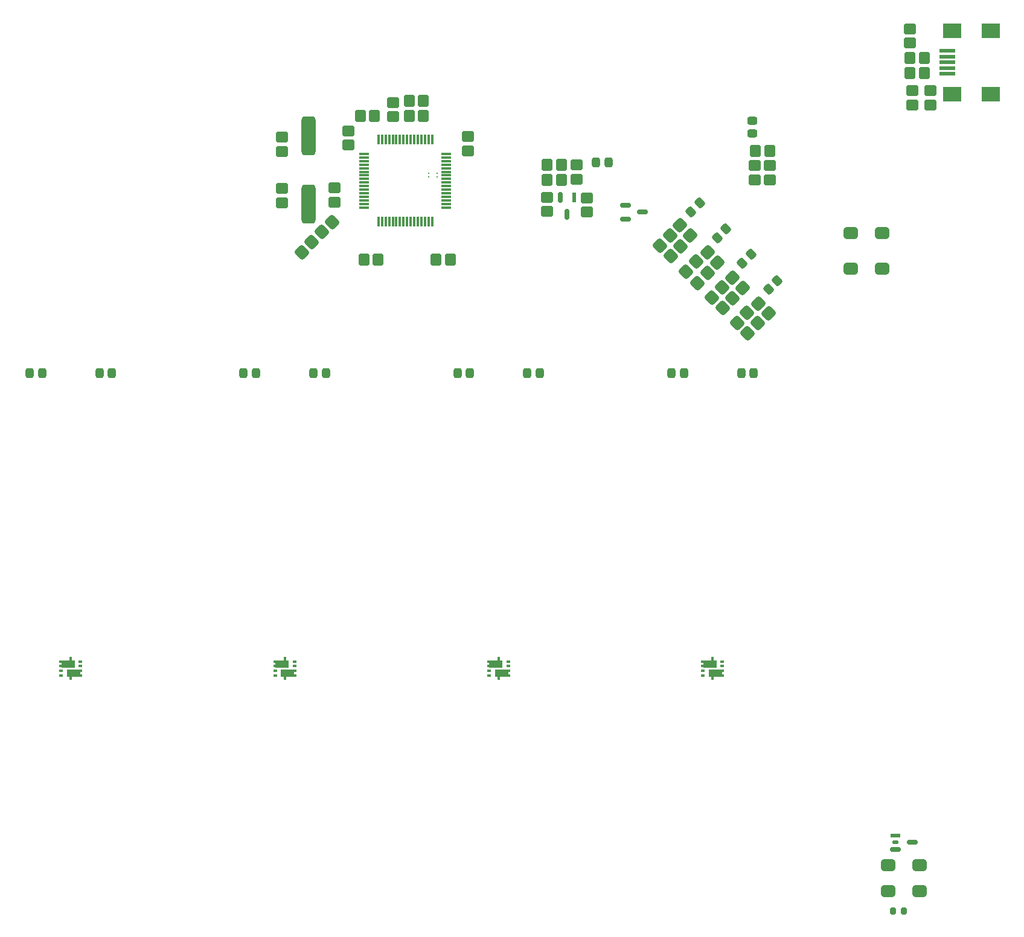
<source format=gtp>
G04*
G04 #@! TF.GenerationSoftware,Altium Limited,Altium Designer,20.1.14 (287)*
G04*
G04 Layer_Color=8421504*
%FSLAX44Y44*%
%MOMM*%
G71*
G04*
G04 #@! TF.SameCoordinates,3D168701-3FA7-4EF5-9C64-F6DF4846A73D*
G04*
G04*
G04 #@! TF.FilePolarity,Positive*
G04*
G01*
G75*
%ADD15R,0.4300X0.4725*%
%ADD16R,1.9250X1.0500*%
%ADD17R,2.3000X0.5000*%
%ADD18R,2.5000X2.0000*%
G04:AMPARAMS|DCode=19|XSize=5.5mm|YSize=2mm|CornerRadius=0.5mm|HoleSize=0mm|Usage=FLASHONLY|Rotation=270.000|XOffset=0mm|YOffset=0mm|HoleType=Round|Shape=RoundedRectangle|*
%AMROUNDEDRECTD19*
21,1,5.5000,1.0000,0,0,270.0*
21,1,4.5000,2.0000,0,0,270.0*
1,1,1.0000,-0.5000,-2.2500*
1,1,1.0000,-0.5000,2.2500*
1,1,1.0000,0.5000,2.2500*
1,1,1.0000,0.5000,-2.2500*
%
%ADD19ROUNDEDRECTD19*%
%ADD20R,1.4500X0.3000*%
%ADD21R,0.3000X1.4500*%
G04:AMPARAMS|DCode=22|XSize=1.35mm|YSize=1.15mm|CornerRadius=0.2875mm|HoleSize=0mm|Usage=FLASHONLY|Rotation=90.000|XOffset=0mm|YOffset=0mm|HoleType=Round|Shape=RoundedRectangle|*
%AMROUNDEDRECTD22*
21,1,1.3500,0.5750,0,0,90.0*
21,1,0.7750,1.1500,0,0,90.0*
1,1,0.5750,0.2875,0.3875*
1,1,0.5750,0.2875,-0.3875*
1,1,0.5750,-0.2875,-0.3875*
1,1,0.5750,-0.2875,0.3875*
%
%ADD22ROUNDEDRECTD22*%
G04:AMPARAMS|DCode=23|XSize=1.35mm|YSize=1.15mm|CornerRadius=0.2875mm|HoleSize=0mm|Usage=FLASHONLY|Rotation=135.000|XOffset=0mm|YOffset=0mm|HoleType=Round|Shape=RoundedRectangle|*
%AMROUNDEDRECTD23*
21,1,1.3500,0.5750,0,0,135.0*
21,1,0.7750,1.1500,0,0,135.0*
1,1,0.5750,-0.0707,0.4773*
1,1,0.5750,0.4773,-0.0707*
1,1,0.5750,0.0707,-0.4773*
1,1,0.5750,-0.4773,0.0707*
%
%ADD23ROUNDEDRECTD23*%
G04:AMPARAMS|DCode=24|XSize=0.84mm|YSize=0.46mm|CornerRadius=0.115mm|HoleSize=0mm|Usage=FLASHONLY|Rotation=180.000|XOffset=0mm|YOffset=0mm|HoleType=Round|Shape=RoundedRectangle|*
%AMROUNDEDRECTD24*
21,1,0.8400,0.2300,0,0,180.0*
21,1,0.6100,0.4600,0,0,180.0*
1,1,0.2300,-0.3050,0.1150*
1,1,0.2300,0.3050,0.1150*
1,1,0.2300,0.3050,-0.1150*
1,1,0.2300,-0.3050,-0.1150*
%
%ADD24ROUNDEDRECTD24*%
G04:AMPARAMS|DCode=25|XSize=2.02mm|YSize=1.68mm|CornerRadius=0.42mm|HoleSize=0mm|Usage=FLASHONLY|Rotation=180.000|XOffset=0mm|YOffset=0mm|HoleType=Round|Shape=RoundedRectangle|*
%AMROUNDEDRECTD25*
21,1,2.0200,0.8400,0,0,180.0*
21,1,1.1800,1.6800,0,0,180.0*
1,1,0.8400,-0.5900,0.4200*
1,1,0.8400,0.5900,0.4200*
1,1,0.8400,0.5900,-0.4200*
1,1,0.8400,-0.5900,-0.4200*
%
%ADD25ROUNDEDRECTD25*%
G04:AMPARAMS|DCode=26|XSize=0.98mm|YSize=0.81mm|CornerRadius=0.2025mm|HoleSize=0mm|Usage=FLASHONLY|Rotation=270.000|XOffset=0mm|YOffset=0mm|HoleType=Round|Shape=RoundedRectangle|*
%AMROUNDEDRECTD26*
21,1,0.9800,0.4050,0,0,270.0*
21,1,0.5750,0.8100,0,0,270.0*
1,1,0.4050,-0.2025,-0.2875*
1,1,0.4050,-0.2025,0.2875*
1,1,0.4050,0.2025,0.2875*
1,1,0.4050,0.2025,-0.2875*
%
%ADD26ROUNDEDRECTD26*%
%ADD27R,0.6000X1.4500*%
G04:AMPARAMS|DCode=28|XSize=0.6mm|YSize=1.45mm|CornerRadius=0.15mm|HoleSize=0mm|Usage=FLASHONLY|Rotation=0.000|XOffset=0mm|YOffset=0mm|HoleType=Round|Shape=RoundedRectangle|*
%AMROUNDEDRECTD28*
21,1,0.6000,1.1500,0,0,0.0*
21,1,0.3000,1.4500,0,0,0.0*
1,1,0.3000,0.1500,-0.5750*
1,1,0.3000,-0.1500,-0.5750*
1,1,0.3000,-0.1500,0.5750*
1,1,0.3000,0.1500,0.5750*
%
%ADD28ROUNDEDRECTD28*%
G04:AMPARAMS|DCode=29|XSize=1.6mm|YSize=1.75mm|CornerRadius=0.4mm|HoleSize=0mm|Usage=FLASHONLY|Rotation=270.000|XOffset=0mm|YOffset=0mm|HoleType=Round|Shape=RoundedRectangle|*
%AMROUNDEDRECTD29*
21,1,1.6000,0.9500,0,0,270.0*
21,1,0.8000,1.7500,0,0,270.0*
1,1,0.8000,-0.4750,-0.4000*
1,1,0.8000,-0.4750,0.4000*
1,1,0.8000,0.4750,0.4000*
1,1,0.8000,0.4750,-0.4000*
%
%ADD29ROUNDEDRECTD29*%
%ADD30R,1.4500X0.6000*%
G04:AMPARAMS|DCode=31|XSize=0.6mm|YSize=1.45mm|CornerRadius=0.15mm|HoleSize=0mm|Usage=FLASHONLY|Rotation=90.000|XOffset=0mm|YOffset=0mm|HoleType=Round|Shape=RoundedRectangle|*
%AMROUNDEDRECTD31*
21,1,0.6000,1.1500,0,0,90.0*
21,1,0.3000,1.4500,0,0,90.0*
1,1,0.3000,0.5750,0.1500*
1,1,0.3000,0.5750,-0.1500*
1,1,0.3000,-0.5750,-0.1500*
1,1,0.3000,-0.5750,0.1500*
%
%ADD31ROUNDEDRECTD31*%
G04:AMPARAMS|DCode=32|XSize=1.6mm|YSize=1.75mm|CornerRadius=0.4mm|HoleSize=0mm|Usage=FLASHONLY|Rotation=0.000|XOffset=0mm|YOffset=0mm|HoleType=Round|Shape=RoundedRectangle|*
%AMROUNDEDRECTD32*
21,1,1.6000,0.9500,0,0,0.0*
21,1,0.8000,1.7500,0,0,0.0*
1,1,0.8000,0.4000,-0.4750*
1,1,0.8000,-0.4000,-0.4750*
1,1,0.8000,-0.4000,0.4750*
1,1,0.8000,0.4000,0.4750*
%
%ADD32ROUNDEDRECTD32*%
G04:AMPARAMS|DCode=33|XSize=1.6mm|YSize=1.75mm|CornerRadius=0.4mm|HoleSize=0mm|Usage=FLASHONLY|Rotation=225.000|XOffset=0mm|YOffset=0mm|HoleType=Round|Shape=RoundedRectangle|*
%AMROUNDEDRECTD33*
21,1,1.6000,0.9500,0,0,225.0*
21,1,0.8000,1.7500,0,0,225.0*
1,1,0.8000,-0.6187,0.0530*
1,1,0.8000,-0.0530,0.6187*
1,1,0.8000,0.6187,-0.0530*
1,1,0.8000,0.0530,-0.6187*
%
%ADD33ROUNDEDRECTD33*%
%ADD34R,0.2000X0.2000*%
%ADD35R,0.5800X0.4000*%
G04:AMPARAMS|DCode=36|XSize=1.6mm|YSize=1.75mm|CornerRadius=0.4mm|HoleSize=0mm|Usage=FLASHONLY|Rotation=315.000|XOffset=0mm|YOffset=0mm|HoleType=Round|Shape=RoundedRectangle|*
%AMROUNDEDRECTD36*
21,1,1.6000,0.9500,0,0,315.0*
21,1,0.8000,1.7500,0,0,315.0*
1,1,0.8000,-0.0530,-0.6187*
1,1,0.8000,-0.6187,-0.0530*
1,1,0.8000,0.0530,0.6187*
1,1,0.8000,0.6187,0.0530*
%
%ADD36ROUNDEDRECTD36*%
G04:AMPARAMS|DCode=37|XSize=1.35mm|YSize=1.15mm|CornerRadius=0.2875mm|HoleSize=0mm|Usage=FLASHONLY|Rotation=180.000|XOffset=0mm|YOffset=0mm|HoleType=Round|Shape=RoundedRectangle|*
%AMROUNDEDRECTD37*
21,1,1.3500,0.5750,0,0,180.0*
21,1,0.7750,1.1500,0,0,180.0*
1,1,0.5750,-0.3875,0.2875*
1,1,0.5750,0.3875,0.2875*
1,1,0.5750,0.3875,-0.2875*
1,1,0.5750,-0.3875,-0.2875*
%
%ADD37ROUNDEDRECTD37*%
D15*
X346000Y634362D02*
D03*
X346000Y607638D02*
D03*
X646000D02*
D03*
X646000Y634362D02*
D03*
X946000D02*
D03*
X946000Y607638D02*
D03*
X1246000D02*
D03*
X1246000Y634362D02*
D03*
D16*
X342125Y627499D02*
D03*
X349875Y614500D02*
D03*
X649875D02*
D03*
X642125Y627499D02*
D03*
X942125Y627500D02*
D03*
X949875Y614500D02*
D03*
X1249875D02*
D03*
X1242125Y627499D02*
D03*
D17*
X1575500Y1470999D02*
D03*
Y1487000D02*
D03*
Y1479000D02*
D03*
Y1463000D02*
D03*
Y1455000D02*
D03*
D18*
X1636500Y1515500D02*
D03*
Y1426500D02*
D03*
X1581500Y1515500D02*
D03*
Y1426500D02*
D03*
D19*
X679000Y1367500D02*
D03*
Y1272500D02*
D03*
D20*
X872500Y1292500D02*
D03*
Y1282500D02*
D03*
Y1287500D02*
D03*
Y1297500D02*
D03*
X757500Y1342500D02*
D03*
Y1337500D02*
D03*
Y1332500D02*
D03*
Y1327500D02*
D03*
Y1322500D02*
D03*
Y1317500D02*
D03*
Y1312500D02*
D03*
Y1307500D02*
D03*
Y1302500D02*
D03*
Y1297500D02*
D03*
Y1292500D02*
D03*
Y1287500D02*
D03*
Y1282500D02*
D03*
Y1277500D02*
D03*
Y1272500D02*
D03*
Y1267500D02*
D03*
X872500D02*
D03*
Y1272500D02*
D03*
Y1277500D02*
D03*
Y1302500D02*
D03*
Y1307500D02*
D03*
Y1312500D02*
D03*
Y1317500D02*
D03*
Y1322500D02*
D03*
Y1327500D02*
D03*
Y1332500D02*
D03*
Y1337500D02*
D03*
Y1342500D02*
D03*
D21*
X777500Y1247500D02*
D03*
X782500D02*
D03*
X787500D02*
D03*
X792500D02*
D03*
X797500D02*
D03*
X802500D02*
D03*
X807500D02*
D03*
X812500D02*
D03*
X817500D02*
D03*
X822500D02*
D03*
X827500D02*
D03*
X832500D02*
D03*
X837500D02*
D03*
X842500D02*
D03*
X847500D02*
D03*
X852500D02*
D03*
Y1362500D02*
D03*
X847500D02*
D03*
X842500D02*
D03*
X837500D02*
D03*
X832500D02*
D03*
X827500D02*
D03*
X822500D02*
D03*
X817500D02*
D03*
X812500D02*
D03*
X807500D02*
D03*
X802500D02*
D03*
X797500D02*
D03*
X792500D02*
D03*
X787500D02*
D03*
X782500D02*
D03*
X777500D02*
D03*
D22*
X1082251Y1331001D02*
D03*
X1099751D02*
D03*
X288249Y1034999D02*
D03*
X305749D02*
D03*
X605749D02*
D03*
X588249D02*
D03*
X905749D02*
D03*
X888249D02*
D03*
X1205749D02*
D03*
X1188249D02*
D03*
X403751Y1035001D02*
D03*
X386251D02*
D03*
X686251D02*
D03*
X703751D02*
D03*
X986251D02*
D03*
X1003751D02*
D03*
X1286251D02*
D03*
X1303751D02*
D03*
D23*
X1215433Y1261608D02*
D03*
X1227807Y1273982D02*
D03*
X1252203Y1224838D02*
D03*
X1264577Y1237213D02*
D03*
X1287558Y1189483D02*
D03*
X1299932Y1201857D02*
D03*
X1324328Y1152713D02*
D03*
X1336702Y1165088D02*
D03*
D24*
X1502601Y377000D02*
D03*
X1525399D02*
D03*
D25*
X1536000Y309000D02*
D03*
X1492000D02*
D03*
X1439842Y1181750D02*
D03*
X1483842D02*
D03*
X1440000Y1232000D02*
D03*
X1484000D02*
D03*
X1536000Y345000D02*
D03*
X1492000D02*
D03*
D26*
X1514000Y281000D02*
D03*
X1498600D02*
D03*
D27*
X1051500Y1281750D02*
D03*
D28*
X1032500D02*
D03*
X1042000Y1258250D02*
D03*
D29*
X1055000Y1327000D02*
D03*
Y1307000D02*
D03*
X1070000Y1261000D02*
D03*
Y1281000D02*
D03*
X1014000Y1261750D02*
D03*
Y1281750D02*
D03*
X1551000Y1431000D02*
D03*
Y1411000D02*
D03*
X903000Y1366950D02*
D03*
Y1346950D02*
D03*
X716000Y1295000D02*
D03*
Y1275000D02*
D03*
X642000Y1366000D02*
D03*
Y1346000D02*
D03*
Y1294000D02*
D03*
Y1274000D02*
D03*
X1526000Y1411000D02*
D03*
Y1431000D02*
D03*
X1523000Y1518000D02*
D03*
Y1498000D02*
D03*
X797500Y1414870D02*
D03*
Y1394870D02*
D03*
X735000Y1375000D02*
D03*
Y1355000D02*
D03*
X1326000Y1306400D02*
D03*
Y1326400D02*
D03*
X1305000Y1306400D02*
D03*
Y1326400D02*
D03*
D30*
X1502250Y386500D02*
D03*
D31*
Y367500D02*
D03*
X1525750Y377000D02*
D03*
X1124250Y1270500D02*
D03*
Y1251500D02*
D03*
X1147750Y1261000D02*
D03*
D32*
X820500Y1417214D02*
D03*
X840500D02*
D03*
X757000Y1194000D02*
D03*
X777000D02*
D03*
X752000Y1396000D02*
D03*
X772000D02*
D03*
X1014000Y1327000D02*
D03*
X1034000D02*
D03*
X1014000Y1306000D02*
D03*
X1034000D02*
D03*
X1523000Y1477000D02*
D03*
X1543000D02*
D03*
X1523000Y1456000D02*
D03*
X1543000D02*
D03*
X820500Y1395461D02*
D03*
X840500D02*
D03*
X1326000Y1346400D02*
D03*
X1306000Y1346400D02*
D03*
X858000Y1194000D02*
D03*
X878000D02*
D03*
D33*
X684000Y1219000D02*
D03*
X669858Y1204858D02*
D03*
X712142Y1247142D02*
D03*
X698000Y1233000D02*
D03*
X1172123Y1214054D02*
D03*
X1186265Y1228196D02*
D03*
X1208892Y1177284D02*
D03*
X1223035Y1191426D02*
D03*
X1244955Y1141222D02*
D03*
X1259097Y1155364D02*
D03*
X1280310Y1105866D02*
D03*
X1294452Y1120009D02*
D03*
X1186972Y1199204D02*
D03*
X1201114Y1213347D02*
D03*
X1224449Y1161728D02*
D03*
X1238591Y1175870D02*
D03*
X1259804Y1126373D02*
D03*
X1273946Y1140515D02*
D03*
X1295159Y1091017D02*
D03*
X1309301Y1105159D02*
D03*
D34*
X860000Y1315500D02*
D03*
Y1310500D02*
D03*
X848000Y1315500D02*
D03*
Y1310500D02*
D03*
D35*
X359600Y611250D02*
D03*
Y617750D02*
D03*
X332400Y611250D02*
D03*
Y617750D02*
D03*
X359600Y630750D02*
D03*
Y624250D02*
D03*
X332400Y630750D02*
D03*
Y624250D02*
D03*
X632400D02*
D03*
Y630750D02*
D03*
X659600Y624250D02*
D03*
Y630750D02*
D03*
X632400Y617750D02*
D03*
Y611250D02*
D03*
X659600Y617750D02*
D03*
Y611250D02*
D03*
X959600D02*
D03*
Y617750D02*
D03*
X932400Y611250D02*
D03*
Y617750D02*
D03*
X959600Y630750D02*
D03*
Y624250D02*
D03*
X932400Y630750D02*
D03*
Y624250D02*
D03*
X1232400D02*
D03*
Y630750D02*
D03*
X1259600Y624250D02*
D03*
Y630750D02*
D03*
X1232400Y617750D02*
D03*
Y611250D02*
D03*
X1259600Y617750D02*
D03*
Y611250D02*
D03*
D36*
X1200407Y1242338D02*
D03*
X1214549Y1228196D02*
D03*
X1238591Y1204154D02*
D03*
X1252733Y1190012D02*
D03*
X1273946Y1168799D02*
D03*
X1288088Y1154657D02*
D03*
X1310009Y1132737D02*
D03*
X1324151Y1118594D02*
D03*
D37*
X1301999Y1371651D02*
D03*
Y1389151D02*
D03*
M02*

</source>
